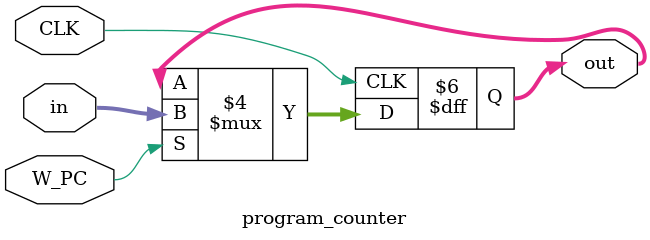
<source format=v>
module program_counter(
			input 	wire[31:0]	in,
			input 	wire		W_PC,
			input 				CLK,
			output	reg[31:0] 	out);

	always @(posedge CLK) begin
		if(W_PC == 1'b1) out = in;
	end

endmodule
</source>
